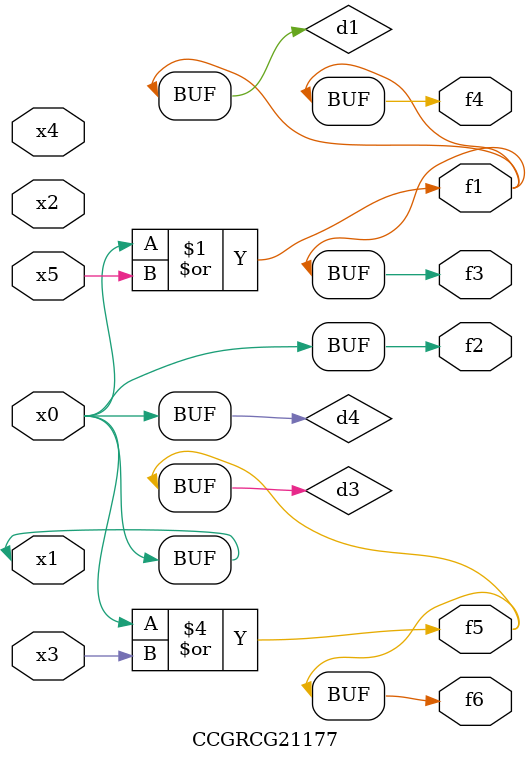
<source format=v>
module CCGRCG21177(
	input x0, x1, x2, x3, x4, x5,
	output f1, f2, f3, f4, f5, f6
);

	wire d1, d2, d3, d4;

	or (d1, x0, x5);
	xnor (d2, x1, x4);
	or (d3, x0, x3);
	buf (d4, x0, x1);
	assign f1 = d1;
	assign f2 = d4;
	assign f3 = d1;
	assign f4 = d1;
	assign f5 = d3;
	assign f6 = d3;
endmodule

</source>
